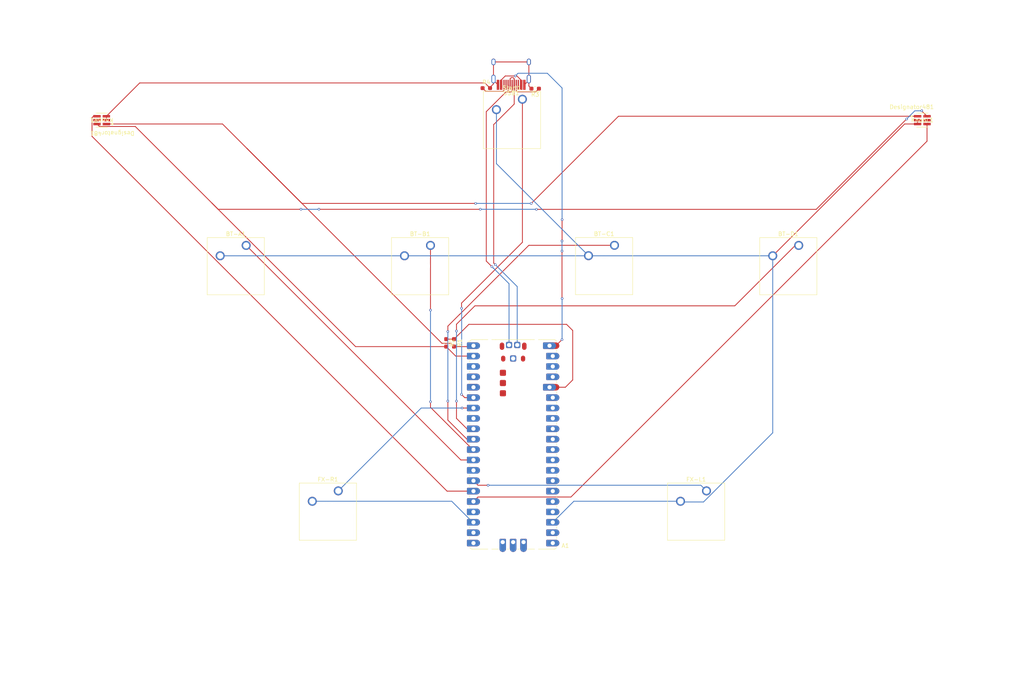
<source format=kicad_pcb>
(kicad_pcb (version 20241229) (generator "pcbnew") (generator_version "9.0")
  (layers (0 "F.Cu" signal) (2 "B.Cu" signal) (13 "F.Paste" user) (15 "B.Paste" user) (5 "F.SilkS" user "F.Silkscreen") (7 "B.SilkS" user "B.Silkscreen") (1 "F.Mask" user) (3 "B.Mask" user) (25 "Edge.Cuts" user))
  (net 0 "")
  (net 3 "Net-(A1-GPIO8)")
  (net 5 "Net-(A1-GPIO7)")
  (net 8 "Net-(A1-GPIO9)")
  (net 9 "Net-(A1-GPIO10)")
  (net 12 "Net-(A1-GPIO6)")
  (net 15 "GND")
  (net 20 "Net-(A1-GPIO12)")
  (net 21 "Net-(A1-GPIO11)")
  (net 22 "Net-(A1-GPIO4)")
  (net 31 "Net-(A1-GPIO5)")
  (net 35 "SDA")
  (net 36 "SCL")
  (net 37 "Net-(A1-USB_DP)")
  (net 38 "Net-(A1-VBUS)")
  (net 39 "Net-(A1-USB_DM)")
  (net 43 "+3V3")
  (net 45 "Net-(USB1-CC1)")
  (net 46 "Net-(USB1-CC2)")
  (footprint "Button_Switch_Keyboard:SW_Cherry_MX_1.00u_PCB" (layer "F.Cu") (at 199.1868 138.7856)
    (property "Reference" "FX-L1")
    (property "Value" "SW_SPST")
  )
  (footprint "Resistor_SMD:R_0603_1608Metric_Pad0.98x0.95mm_HandSolder" (layer "F.Cu") (at 157.3276 40.4368 180)
    (property "Reference" "R3")
    (property "Value" "5K1")
  )
  (footprint "Button_Switch_Keyboard:SW_Cherry_MX_1.00u_PCB" (layer "F.Cu") (at 221.7166 78.7654)
    (property "Reference" "BT-D1")
    (property "Value" "SW_SPST")
  )
  (footprint "Button_Switch_Keyboard:SW_Cherry_MX_1.00u_PCB" (layer "F.Cu") (at 86.7156 78.7654)
    (property "Reference" "BT-A1")
    (property "Value" "SW_SPST")
  )
  (footprint "Button_Switch_Keyboard:SW_Cherry_MX_1.00u_PCB" (layer "F.Cu") (at 176.7078 78.74)
    (property "Reference" "BT-C1")
    (property "Value" "SW_SPST")
  )
  (footprint "Button_Switch_Keyboard:SW_Cherry_MX_1.00u_PCB" (layer "F.Cu") (at 154.2034 43.0276)
    (property "Reference" "Start1")
    (property "Value" "SW_SPST")
  )
  (footprint "TMAG5273A1QDBVR:DBV0006A-IPC_A" (layer "F.Cu") (at 51.4096 48.133 180)
    (property "Reference" "KnobR1")
    (property "Value" "TMAG5273A1QDBVR")
  )
  (footprint "Button_Switch_Keyboard:SW_Cherry_MX_1.00u_PCB" (layer "F.Cu") (at 109.22 138.7856)
    (property "Reference" "FX-R1")
    (property "Value" "SW_SPST")
  )
  (footprint "Resistor_SMD:R_0603_1608Metric_Pad0.98x0.95mm_HandSolder" (layer "F.Cu") (at 145.3896 40.3098)
    (property "Reference" "R4")
    (property "Value" "5K1")
  )
  (footprint "Button_Switch_Keyboard:SW_Cherry_MX_1.00u_PCB" (layer "F.Cu") (at 131.7498 78.7654)
    (property "Reference" "BT-B1")
    (property "Value" "SW_SPST")
  )
  (footprint "Module:RaspberryPi_Pico_SMD" (layer "F.Cu") (at 151.9428 127.4133)
    (property "Reference" "A1")
    (property "Value" "RaspberryPi_Pico")
  )
  (footprint "Resistor_SMD:R_0603_1608Metric_Pad0.98x0.95mm_HandSolder" (layer "F.Cu") (at 137.4902 102.5906 -90)
    (property "Reference" "R1")
    (property "Value" "5K1")
  )
  (footprint "Type-C:HRO-TYPE-C-31-M-12-HandSoldering" (layer "F.Cu") (at 151.4602 31.3052 180)
    (property "Reference" "USB1")
    (property "Value" "HRO-TYPE-C-31-M-12")
  )
  (footprint "TMAG5273A1QDBVR:DBV0006A-IPC_A" (layer "F.Cu") (at 251.9172 48.133)
    (property "Reference" "KnobL1")
    (property "Value" "TMAG5273A1QDBVR")
  )
  (footprint "Resistor_SMD:R_0603_1608Metric_Pad0.98x0.95mm_HandSolder" (layer "F.Cu") (at 135.5852 102.5906 -90)
    (property "Reference" "R2")
    (property "Value" "5K1")
  )
  (segment (start 131.7498 118.355894) (end 142.077206 128.6833) (width 0.2) (layer "F.Cu") (net 3))
  (segment (start 131.7498 78.7654) (end 131.7498 94.5896) (width 0.2) (layer "F.Cu") (net 3))
  (segment (start 142.077206 128.6833) (end 142.2528 128.6833) (width 0.2) (layer "F.Cu") (net 3))
  (segment (start 131.7498 116.9924) (end 131.7498 118.355894) (width 0.2) (layer "F.Cu") (net 3))
  (via (at 131.7498 94.5896) (size 0.6) (drill 0.3) (layers "F.Cu" "B.Cu") (net 3))
  (via (at 131.7498 116.9924) (size 0.6) (drill 0.3) (layers "F.Cu" "B.Cu") (net 3))
  (segment (start 131.7498 94.5896) (end 131.7498 116.9924) (width 0.2) (layer "B.Cu") (net 3))
  (segment (start 176.7078 78.74) (end 155.7782 78.74) (width 0.2) (layer "F.Cu") (net 5))
  (segment (start 138.8364 95.6564) (end 135.9916 98.5012) (width 0.2) (layer "F.Cu") (net 5))
  (segment (start 140.6478 126.1433) (end 142.2528 126.1433) (width 0.2) (layer "F.Cu") (net 5))
  (segment (start 135.9916 116.84) (end 135.9916 121.4871) (width 0.2) (layer "F.Cu") (net 5))
  (segment (start 155.7782 78.74) (end 138.8618 95.6564) (width 0.2) (layer "F.Cu") (net 5))
  (segment (start 135.9916 121.4871) (end 140.6478 126.1433) (width 0.2) (layer "F.Cu") (net 5))
  (segment (start 138.8618 95.6564) (end 138.8364 95.6564) (width 0.2) (layer "F.Cu") (net 5))
  (segment (start 135.9916 98.5012) (end 135.9916 99.822) (width 0.2) (layer "F.Cu") (net 5))
  (via (at 135.9916 116.84) (size 0.6) (drill 0.3) (layers "F.Cu" "B.Cu") (net 5))
  (via (at 135.9916 99.822) (size 0.6) (drill 0.3) (layers "F.Cu" "B.Cu") (net 5))
  (segment (start 135.9916 99.822) (end 135.9916 116.84) (width 0.2) (layer "B.Cu") (net 5))
  (segment (start 86.7156 78.7654) (end 139.1735 131.2233) (width 0.2) (layer "F.Cu") (net 8))
  (segment (start 139.1735 131.2233) (end 142.2528 131.2233) (width 0.2) (layer "F.Cu") (net 8))
  (segment (start 145.8214 137.4093) (end 143.3588 137.4093) (width 0.2) (layer "F.Cu") (net 9))
  (segment (start 143.3588 137.4093) (end 142.2528 136.3033) (width 0.2) (layer "F.Cu") (net 9))
  (via (at 145.8214 137.4093) (size 0.6) (drill 0.3) (layers "F.Cu" "B.Cu") (net 9))
  (segment (start 197.8105 137.4093) (end 145.8214 137.4093) (width 0.2) (layer "B.Cu") (net 9))
  (segment (start 199.1868 138.7856) (end 197.8105 137.4093) (width 0.2) (layer "B.Cu") (net 9))
  (segment (start 138.0998 98.044) (end 138.0998 99.695) (width 0.2) (layer "F.Cu") (net 12))
  (segment (start 220.87507 78.7654) (end 206.09227 93.5482) (width 0.2) (layer "F.Cu") (net 12))
  (segment (start 138.0998 116.84) (end 138.0998 121.0553) (width 0.2) (layer "F.Cu") (net 12))
  (segment (start 140.6478 123.6033) (end 142.2528 123.6033) (width 0.2) (layer "F.Cu") (net 12))
  (segment (start 206.09227 93.5482) (end 142.5956 93.5482) (width 0.2) (layer "F.Cu") (net 12))
  (segment (start 138.0998 121.0553) (end 140.6478 123.6033) (width 0.2) (layer "F.Cu") (net 12))
  (segment (start 142.5956 93.5482) (end 138.0998 98.044) (width 0.2) (layer "F.Cu") (net 12))
  (segment (start 221.7166 78.7654) (end 220.87507 78.7654) (width 0.2) (layer "F.Cu") (net 12))
  (via (at 138.0998 116.84) (size 0.6) (drill 0.3) (layers "F.Cu" "B.Cu") (net 12))
  (via (at 138.0998 99.695) (size 0.6) (drill 0.3) (layers "F.Cu" "B.Cu") (net 12))
  (segment (start 138.0998 99.695) (end 138.0998 116.84) (width 0.2) (layer "B.Cu") (net 12))
  (segment (start 146.3021 40.1085) (end 146.3021 40.3098) (width 0.2) (layer "F.Cu") (net 15))
  (segment (start 247.588999 49.083001) (end 215.3666 81.3054) (width 0.2) (layer "F.Cu") (net 15))
  (segment (start 155.7802 38.0852) (end 155.7802 39.8019) (width 0.2) (layer "F.Cu") (net 15))
  (segment (start 147.1402 38.4052) (end 148.2352 39.5002) (width 0.2) (layer "F.Cu") (net 15))
  (segment (start 155.7802 38.4052) (end 154.6852 39.5002) (width 0.2) (layer "F.Cu") (net 15))
  (segment (start 52.560083 48.133) (end 52.560083 47.182999) (width 0.2) (layer "F.Cu") (net 15))
  (segment (start 147.1402 38.0852) (end 147.1402 38.4052) (width 0.2) (layer "F.Cu") (net 15))
  (segment (start 60.703282 39.0398) (end 145.0321 39.0398) (width 0.2) (layer "F.Cu") (net 15))
  (segment (start 147.1402 38.0852) (end 147.1402 39.2704) (width 0.2) (layer "F.Cu") (net 15))
  (segment (start 250.766717 48.133) (end 250.766717 49.083001) (width 0.2) (layer "F.Cu") (net 15))
  (segment (start 52.560083 47.182999) (end 60.703282 39.0398) (width 0.2) (layer "F.Cu") (net 15))
  (segment (start 147.1402 39.2704) (end 146.3021 40.1085) (width 0.2) (layer "F.Cu") (net 15))
  (segment (start 250.766717 49.083001) (end 247.588999 49.083001) (width 0.2) (layer "F.Cu") (net 15))
  (segment (start 145.0321 39.0398) (end 146.3021 40.3098) (width 0.2) (layer "F.Cu") (net 15))
  (segment (start 155.7802 38.0852) (end 155.7802 38.4052) (width 0.2) (layer "F.Cu") (net 15))
  (segment (start 155.7802 39.8019) (end 156.4151 40.4368) (width 0.2) (layer "F.Cu") (net 15))
  (segment (start 147.1402 33.9052) (end 155.7802 33.9052) (width 0.2) (layer "F.Cu") (net 15))
  (segment (start 155.7802 33.9052) (end 155.7802 38.0852) (width 0.2) (layer "F.Cu") (net 15))
  (segment (start 147.1402 33.9052) (end 147.1402 38.0852) (width 0.2) (layer "F.Cu") (net 15))
  (segment (start 80.3656 81.3054) (end 215.3666 81.3054) (width 0.2) (layer "B.Cu") (net 15))
  (segment (start 215.3666 124.587114) (end 198.462014 141.4917) (width 0.2) (layer "B.Cu") (net 15))
  (segment (start 102.87 141.3256) (end 136.939506 141.3256) (width 0.2) (layer "B.Cu") (net 15))
  (segment (start 198.462014 141.4917) (end 193.2378 141.4917) (width 0.2) (layer "B.Cu") (net 15))
  (segment (start 161.6328 146.4633) (end 166.7705 141.3256) (width 0.2) (layer "B.Cu") (net 15))
  (segment (start 166.7705 141.3256) (end 192.8368 141.3256) (width 0.2) (layer "B.Cu") (net 15))
  (segment (start 147.8534 58.7756) (end 170.3578 81.28) (width 0.2) (layer "B.Cu") (net 15))
  (segment (start 147.8534 45.5676) (end 147.8534 58.7756) (width 0.2) (layer "B.Cu") (net 15))
  (segment (start 142.077206 146.4633) (end 142.2528 146.4633) (width 0.2) (layer "B.Cu") (net 15))
  (segment (start 215.3666 81.3054) (end 215.3666 124.587114) (width 0.2) (layer "B.Cu") (net 15))
  (segment (start 193.2378 141.4917) (end 193.2378 141.3256) (width 0.2) (layer "B.Cu") (net 15))
  (segment (start 136.939506 141.3256) (end 142.077206 146.4633) (width 0.2) (layer "B.Cu") (net 15))
  (segment (start 253.067683 49.083001) (end 253.067683 53.279133) (width 0.2) (layer "F.Cu") (net 20))
  (segment (start 253.067683 53.279133) (end 166.069516 140.2773) (width 0.2) (layer "F.Cu") (net 20))
  (segment (start 143.3588 140.2773) (end 142.2528 141.3833) (width 0.2) (layer "F.Cu") (net 20))
  (segment (start 166.069516 140.2773) (end 143.3588 140.2773) (width 0.2) (layer "F.Cu") (net 20))
  (segment (start 49.399597 47.182999) (end 49.055499 47.527097) (width 0.2) (layer "F.Cu") (net 21))
  (segment (start 49.055499 47.527097) (end 49.055499 52.106829) (width 0.2) (layer "F.Cu") (net 21))
  (segment (start 135.79197 138.8433) (end 142.2528 138.8433) (width 0.2) (layer "F.Cu") (net 21))
  (segment (start 50.259117 47.182999) (end 49.399597 47.182999) (width 0.2) (layer "F.Cu") (net 21))
  (segment (start 49.055499 52.106829) (end 135.79197 138.8433) (width 0.2) (layer "F.Cu") (net 21))
  (segment (start 139.3444 94.1324) (end 139.3444 92.8624) (width 0.2) (layer "F.Cu") (net 22))
  (segment (start 139.3444 92.8624) (end 154.2034 78.0034) (width 0.2) (layer "F.Cu") (net 22))
  (segment (start 139.319 115.189) (end 140.1133 115.9833) (width 0.2) (layer "F.Cu") (net 22))
  (segment (start 140.1133 115.9833) (end 142.2528 115.9833) (width 0.2) (layer "F.Cu") (net 22))
  (segment (start 154.2034 78.0034) (end 154.2034 43.0276) (width 0.2) (layer "F.Cu") (net 22))
  (via (at 139.319 115.189) (size 0.6) (drill 0.3) (layers "F.Cu" "B.Cu") (net 22))
  (via (at 139.3444 94.1324) (size 0.6) (drill 0.3) (layers "F.Cu" "B.Cu") (net 22))
  (segment (start 139.3698 94.1578) (end 139.3698 115.1382) (width 0.2) (layer "B.Cu") (net 22))
  (segment (start 139.3444 94.1324) (end 139.3698 94.1578) (width 0.2) (layer "B.Cu") (net 22))
  (segment (start 139.3698 115.1382) (end 139.319 115.189) (width 0.2) (layer "B.Cu") (net 22))
  (segment (start 139.4714 118.5233) (end 142.2528 118.5233) (width 0.2) (layer "F.Cu") (net 31))
  (via (at 139.4714 118.5233) (size 0.6) (drill 0.3) (layers "F.Cu" "B.Cu") (net 31))
  (segment (start 129.4823 118.5233) (end 109.22 138.7856) (width 0.2) (layer "B.Cu") (net 31))
  (segment (start 139.4714 118.5233) (end 129.4823 118.5233) (width 0.2) (layer "B.Cu") (net 31))
  (segment (start 86.9188 55.0672) (end 100.3554 68.5038) (width 0.2) (layer "F.Cu") (net 35))
  (segment (start 80.934601 49.083001) (end 86.9188 55.0672) (width 0.2) (layer "F.Cu") (net 35))
  (segment (start 137.4902 103.5031) (end 142.033 103.5031) (width 0.2) (layer "F.Cu") (net 35))
  (segment (start 156.3624 68.5038) (end 177.683201 47.182999) (width 0.2) (layer "F.Cu") (net 35))
  (segment (start 52.560083 49.083001) (end 80.934601 49.083001) (width 0.2) (layer "F.Cu") (net 35))
  (segment (start 142.033 103.5031) (end 142.2528 103.2833) (width 0.2) (layer "F.Cu") (net 35))
  (segment (start 136.7017 102.7146) (end 137.4902 103.5031) (width 0.2) (layer "F.Cu") (net 35))
  (segment (start 177.683201 47.182999) (end 250.766717 47.182999) (width 0.2) (layer "F.Cu") (net 35))
  (segment (start 100.3554 68.5038) (end 142.7734 68.5038) (width 0.2) (layer "F.Cu") (net 35))
  (segment (start 86.9188 55.0672) (end 134.5662 102.7146) (width 0.2) (layer "F.Cu") (net 35))
  (segment (start 134.5662 102.7146) (end 136.7017 102.7146) (width 0.2) (layer "F.Cu") (net 35))
  (via (at 156.3624 68.5038) (size 0.6) (drill 0.3) (layers "F.Cu" "B.Cu") (net 35))
  (via (at 142.7734 68.5038) (size 0.6) (drill 0.3) (layers "F.Cu" "B.Cu") (net 35))
  (segment (start 142.7734 68.5038) (end 156.3624 68.5038) (width 0.2) (layer "B.Cu") (net 35))
  (segment (start 78.359847 68.426753) (end 59.621998 49.688904) (width 0.2) (layer "F.Cu") (net 36))
  (segment (start 251.7902 45.847) (end 251.7902 45.905516) (width 0.2) (layer "F.Cu") (net 36))
  (segment (start 157.6324 69.9516) (end 225.9838 69.9516) (width 0.2) (layer "F.Cu") (net 36))
  (segment (start 135.5852 103.5031) (end 137.9054 105.8233) (width 0.2) (layer "F.Cu") (net 36))
  (segment (start 79.859294 69.9262) (end 100.1014 69.9262) (width 0.2) (layer "F.Cu") (net 36))
  (segment (start 113.436194 103.5031) (end 78.359847 68.426753) (width 0.2) (layer "F.Cu") (net 36))
  (segment (start 78.359847 68.426753) (end 79.859294 69.9262) (width 0.2) (layer "F.Cu") (net 36))
  (segment (start 104.4956 69.9262) (end 143.9164 69.9262) (width 0.2) (layer "F.Cu") (net 36))
  (segment (start 59.621998 49.688904) (end 50.86502 49.688904) (width 0.2) (layer "F.Cu") (net 36))
  (segment (start 225.9838 69.9516) (end 248.0818 47.8536) (width 0.2) (layer "F.Cu") (net 36))
  (segment (start 137.9054 105.8233) (end 142.2528 105.8233) (width 0.2) (layer "F.Cu") (net 36))
  (segment (start 135.5852 103.5031) (end 113.436194 103.5031) (width 0.2) (layer "F.Cu") (net 36))
  (segment (start 50.86502 49.688904) (end 50.259117 49.083001) (width 0.2) (layer "F.Cu") (net 36))
  (segment (start 251.7902 45.905516) (end 253.067683 47.182999) (width 0.2) (layer "F.Cu") (net 36))
  (via (at 248.0818 47.8536) (size 0.6) (drill 0.3) (layers "F.Cu" "B.Cu") (net 36))
  (via (at 143.9164 69.9262) (size 0.6) (drill 0.3) (layers "F.Cu" "B.Cu") (net 36))
  (via (at 157.6324 69.9516) (size 0.6) (drill 0.3) (layers "F.Cu" "B.Cu") (net 36))
  (via (at 104.4956 69.9262) (size 0.6) (drill 0.3) (layers "F.Cu" "B.Cu") (net 36))
  (via (at 100.1014 69.9262) (size 0.6) (drill 0.3) (layers "F.Cu" "B.Cu") (net 36))
  (via (at 251.7902 45.847) (size 0.6) (drill 0.3) (layers "F.Cu" "B.Cu") (net 36))
  (segment (start 250.0884 45.847) (end 251.7902 45.847) (width 0.2) (layer "B.Cu") (net 36))
  (segment (start 100.1014 69.9262) (end 104.4956 69.9262) (width 0.2) (layer "B.Cu") (net 36))
  (segment (start 248.0818 47.8536) (end 250.0884 45.847) (width 0.2) (layer "B.Cu") (net 36))
  (segment (start 104.4956 69.9262) (end 104.5464 69.8754) (width 0.2) (layer "B.Cu") (net 36))
  (segment (start 143.9164 69.9262) (end 157.607 69.9262) (width 0.2) (layer "B.Cu") (net 36))
  (segment (start 157.607 69.9262) (end 157.6324 69.9516) (width 0.2) (layer "B.Cu") (net 36))
  (segment (start 150.7102 39.5002) (end 150.7102 40.9772) (width 0.2) (layer "F.Cu") (net 37))
  (segment (start 151.4378 41.2496) (end 151.7102 40.9772) (width 0.2) (layer "F.Cu") (net 37))
  (segment (start 150.7592 39.5492) (end 150.7592 40.3352) (width 0.2) (layer "F.Cu") (net 37))
  (segment (start 145.3824 46.057286) (end 150.190086 41.2496) (width 0.2) (layer "F.Cu") (net 37))
  (segment (start 150.9826 41.2496) (end 151.4378 41.2496) (width 0.2) (layer "F.Cu") (net 37))
  (segment (start 151.7102 40.9772) (end 151.7102 39.5002) (width 0.2) (layer "F.Cu") (net 37))
  (segment (start 150.190086 41.2496) (end 150.9826 41.2496) (width 0.2) (layer "F.Cu") (net 37))
  (segment (start 150.7102 40.9772) (end 150.9826 41.2496) (width 0.2) (layer "F.Cu") (net 37))
  (segment (start 145.3824 82.5936) (end 145.3824 46.057286) (width 0.2) (layer "F.Cu") (net 37))
  (segment (start 150.7102 39.5002) (end 150.7592 39.5492) (width 0.2) (layer "F.Cu") (net 37))
  (segment (start 146.7612 83.9724) (end 145.3824 82.5936) (width 0.2) (layer "F.Cu") (net 37))
  (via (at 146.7612 83.9724) (size 0.6) (drill 0.3) (layers "F.Cu" "B.Cu") (net 37))
  (segment (start 147.174428 84.360228) (end 147.149028 84.360228) (width 0.2) (layer "B.Cu") (net 37))
  (segment (start 150.9428 88.1286) (end 147.174428 84.360228) (width 0.2) (layer "B.Cu") (net 37))
  (segment (start 147.149028 84.360228) (end 146.7612 83.9724) (width 0.2) (layer "B.Cu") (net 37))
  (segment (start 150.9428 103.1133) (end 150.9428 88.1286) (width 0.2) (layer "B.Cu") (net 37))
  (segment (start 162.7388 102.9452) (end 162.7388 103.2833) (width 0.2) (layer "F.Cu") (net 38))
  (segment (start 152.865 37.338) (end 154.0842 38.5572) (width 0.2) (layer "F.Cu") (net 38))
  (segment (start 163.8808 91.7194) (end 163.9062 91.7448) (width 0.2) (layer "F.Cu") (net 38))
  (segment (start 149.0102 39.5002) (end 149.0102 38.3402) (width 0.2) (layer "F.Cu") (net 38))
  (segment (start 154.0842 38.5572) (end 154.0842 38.608) (width 0.2) (layer "F.Cu") (net 38))
  (segment (start 150.0124 37.338) (end 152.4762 37.338) (width 0.2) (layer "F.Cu") (net 38))
  (segment (start 163.8808 80.1624) (end 163.8808 91.7194) (width 0.2) (layer "F.Cu") (net 38))
  (segment (start 163.8808 101.8032) (end 162.7388 102.9452) (width 0.2) (layer "F.Cu") (net 38))
  (segment (start 152.4762 37.338) (end 152.865 37.338) (width 0.2) (layer "F.Cu") (net 38))
  (segment (start 149.0102 38.3402) (end 150.0124 37.338) (width 0.2) (layer "F.Cu") (net 38))
  (segment (start 163.9062 77.6478) (end 163.8808 77.6732) (width 0.2) (layer "F.Cu") (net 38))
  (segment (start 163.9062 72.4662) (end 163.9062 77.6478) (width 0.2) (layer "F.Cu") (net 38))
  (via (at 163.8808 101.8032) (size 0.6) (drill 0.3) (layers "F.Cu" "B.Cu") (net 38))
  (via (at 163.8808 80.1624) (size 0.6) (drill 0.3) (layers "F.Cu" "B.Cu") (net 38))
  (via (at 152.4762 37.338) (size 0.6) (drill 0.3) (layers "F.Cu" "B.Cu") (net 38))
  (via (at 163.9062 72.4662) (size 0.6) (drill 0.3) (layers "F.Cu" "B.Cu") (net 38))
  (via (at 163.9062 91.7448) (size 0.6) (drill 0.3) (layers "F.Cu" "B.Cu") (net 38))
  (via (at 163.8808 77.6732) (size 0.6) (drill 0.3) (layers "F.Cu" "B.Cu") (net 38))
  (segment (start 163.9062 91.7448) (end 163.9062 101.7778) (width 0.2) (layer "B.Cu") (net 38))
  (segment (start 163.8808 77.6732) (end 163.8808 80.1624) (width 0.2) (layer "B.Cu") (net 38))
  (segment (start 160.2994 36.6776) (end 153.1366 36.6776) (width 0.2) (layer "B.Cu") (net 38))
  (segment (start 160.2994 36.6776) (end 163.9062 40.2844) (width 0.2) (layer "B.Cu") (net 38))
  (segment (start 163.9062 40.2844) (end 163.9062 72.4662) (width 0.2) (layer "B.Cu") (net 38))
  (segment (start 153.1366 36.6776) (end 152.4762 37.338) (width 0.2) (layer "B.Cu") (net 38))
  (segment (start 163.9062 101.7778) (end 163.8808 101.8032) (width 0.2) (layer "B.Cu") (net 38))
  (segment (start 152.2102 38.1896) (end 152.2102 39.5002) (width 0.2) (layer "F.Cu") (net 39))
  (segment (start 151.4944 37.739) (end 151.949091 37.739) (width 0.2) (layer "F.Cu") (net 39))
  (segment (start 147.193 49.217314) (end 152.2102 44.200114) (width 0.2) (layer "F.Cu") (net 39))
  (segment (start 151.2102 39.5002) (end 151.2102 38.0232) (width 0.2) (layer "F.Cu") (net 39))
  (segment (start 147.574 83.4644) (end 147.193 83.0834) (width 0.2) (layer "F.Cu") (net 39))
  (segment (start 151.949091 37.739) (end 152.201705 37.991614) (width 0.2) (layer "F.Cu") (net 39))
  (segment (start 152.2102 44.200114) (end 152.2102 39.5002) (width 0.2) (layer "F.Cu") (net 39))
  (segment (start 147.193 83.0834) (end 147.193 49.217314) (width 0.2) (layer "F.Cu") (net 39))
  (segment (start 151.2102 38.0232) (end 151.4944 37.739) (width 0.2) (layer "F.Cu") (net 39))
  (segment (start 152.201705 37.991614) (end 152.201705 38.181105) (width 0.2) (layer "F.Cu") (net 39))
  (segment (start 147.574 83.4644) (end 147.6502 83.4644) (width 0.2) (layer "F.Cu") (net 39))
  (segment (start 152.201705 38.181105) (end 152.2102 38.1896) (width 0.2) (layer "F.Cu") (net 39))
  (via (at 147.574 83.4644) (size 0.6) (drill 0.3) (layers "F.Cu" "B.Cu") (net 39))
  (segment (start 152.9428 88.8332) (end 152.9428 103.1133) (width 0.2) (layer "B.Cu") (net 39))
  (segment (start 147.574 83.4644) (end 152.9428 88.8332) (width 0.2) (layer "B.Cu") (net 39))
  (segment (start 164.9984 98.0694) (end 166.497 99.568) (width 0.2) (layer "F.Cu") (net 43))
  (segment (start 166.497 99.568) (end 166.497 111.6584) (width 0.2) (layer "F.Cu") (net 43))
  (segment (start 137.5137 101.6781) (end 141.1224 98.0694) (width 0.2) (layer "F.Cu") (net 43))
  (segment (start 141.1224 98.0694) (end 164.9984 98.0694) (width 0.2) (layer "F.Cu") (net 43))
  (segment (start 166.497 111.6584) (end 164.7121 113.4433) (width 0.2) (layer "F.Cu") (net 43))
  (segment (start 135.5852 101.6781) (end 137.4902 101.6781) (width 0.2) (layer "F.Cu") (net 43))
  (segment (start 164.7121 113.4433) (end 162.7388 113.4433) (width 0.2) (layer "F.Cu") (net 43))
  (segment (start 137.4902 101.6781) (end 137.5137 101.6781) (width 0.2) (layer "F.Cu") (net 43))
  (segment (start 157.4641 41.2128) (end 158.2401 40.4368) (width 0.2) (layer "F.Cu") (net 45))
  (segment (start 152.7102 40.9772) (end 152.9458 41.2128) (width 0.2) (layer "F.Cu") (net 45))
  (segment (start 152.9458 41.2128) (end 157.4641 41.2128) (width 0.2) (layer "F.Cu") (net 45))
  (segment (start 152.7102 39.5002) (end 152.7102 40.9772) (width 0.2) (layer "F.Cu") (net 45))
  (segment (start 149.7102 39.5002) (end 149.7102 40.8406) (width 0.2) (layer "F.Cu") (net 46))
  (segment (start 145.2531 41.0858) (end 144.4771 40.3098) (width 0.2) (layer "F.Cu") (net 46))
  (segment (start 149.465 41.0858) (end 145.2531 41.0858) (width 0.2) (layer "F.Cu") (net 46))
  (segment (start 149.7102 40.8406) (end 149.465 41.0858) (width 0.2) (layer "F.Cu") (net 46))
)
</source>
